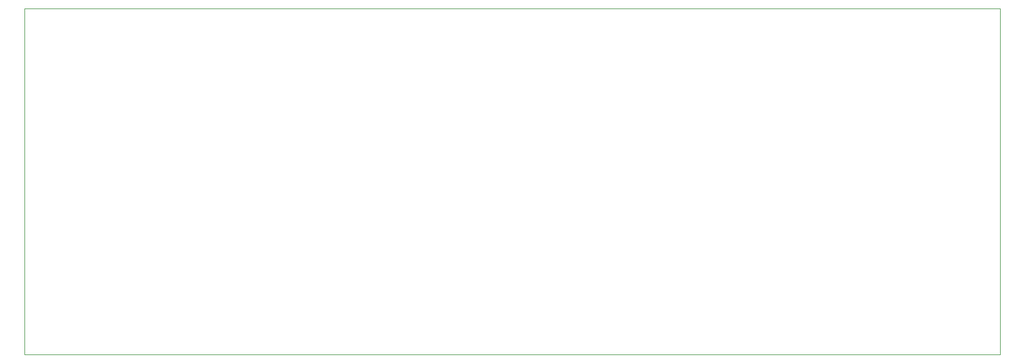
<source format=gbr>
%TF.GenerationSoftware,Altium Limited,Altium Designer,22.5.1 (42)*%
G04 Layer_Color=0*
%FSLAX26Y26*%
%MOIN*%
%TF.SameCoordinates,06390142-FE97-446B-9427-C7DC68BF18C4*%
%TF.FilePolarity,Positive*%
%TF.FileFunction,Profile,NP*%
%TF.Part,Single*%
G01*
G75*
%TA.AperFunction,Profile*%
%ADD46C,0.001000*%
D46*
X1279528Y1181102D02*
Y3210660D01*
X6988223D01*
Y1181102D01*
X1279528D01*
%TF.MD5,0b4a667c0a85628c83443efa5e28358b*%
M02*

</source>
